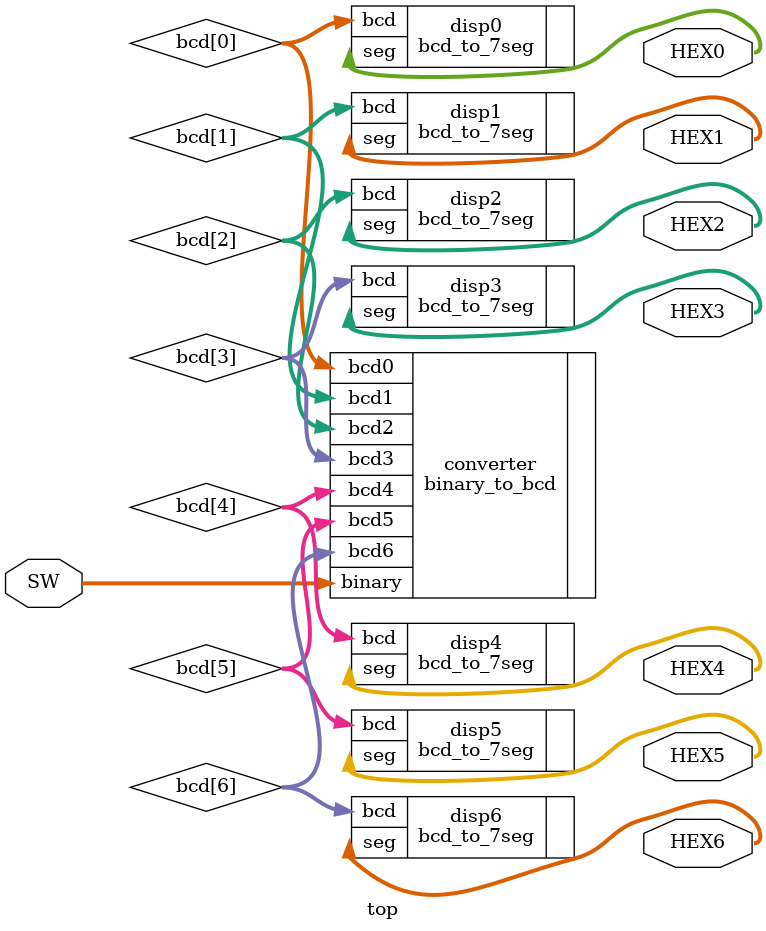
<source format=v>
/*Este corresponde al modulo principal de la practica, debe estar en top entity
Aqui se conectan los switches a la entrada de los displays de 7 segmentos*/

module top(
    input [17:0] SW, 	//Entradas de los 18 switches si esta todo alto es: "262143"
    output [6:0] HEX0, HEX1, HEX2, HEX3, HEX4, HEX5, HEX6 //Salida 7 displays de 7 segmentos (hex0 a hex6)
);
    wire [3:0] bcd [6:0]; //Este es un arreglo de 7 digitios del bcd a los 4 bits bcd0 a bcd6

	 //Esta es una instancia de modulo que convierte el binario a bcd
    binary_to_bcd converter(
        .binary(SW), 			//entrada binaria 18 bits a los switches
        .bcd6(bcd[6]),			//digito más significativo (centenas de millar)
        .bcd5(bcd[5]),
        .bcd4(bcd[4]),
        .bcd3(bcd[3]),
        .bcd2(bcd[2]),
        .bcd1(bcd[1]),
        .bcd0(bcd[0])        //digito menos signitico (unidades)
    );

	 //Instancia de decodificador bcd 7segmentos para cada dígito
    bcd_to_7seg disp0(.bcd(bcd[0]), .seg(HEX0)); //unidades
    bcd_to_7seg disp1(.bcd(bcd[1]), .seg(HEX1)); //decenas
    bcd_to_7seg disp2(.bcd(bcd[2]), .seg(HEX2)); //centenas
    bcd_to_7seg disp3(.bcd(bcd[3]), .seg(HEX3)); //unidades de mil
    bcd_to_7seg disp4(.bcd(bcd[4]), .seg(HEX4)); //decenas de mil
    bcd_to_7seg disp5(.bcd(bcd[5]), .seg(HEX5)); //centenas de mil
    bcd_to_7seg disp6(.bcd(bcd[6]), .seg(HEX6)); //millón (solo mostrara 0,1,2 en este caso)
endmodule

</source>
